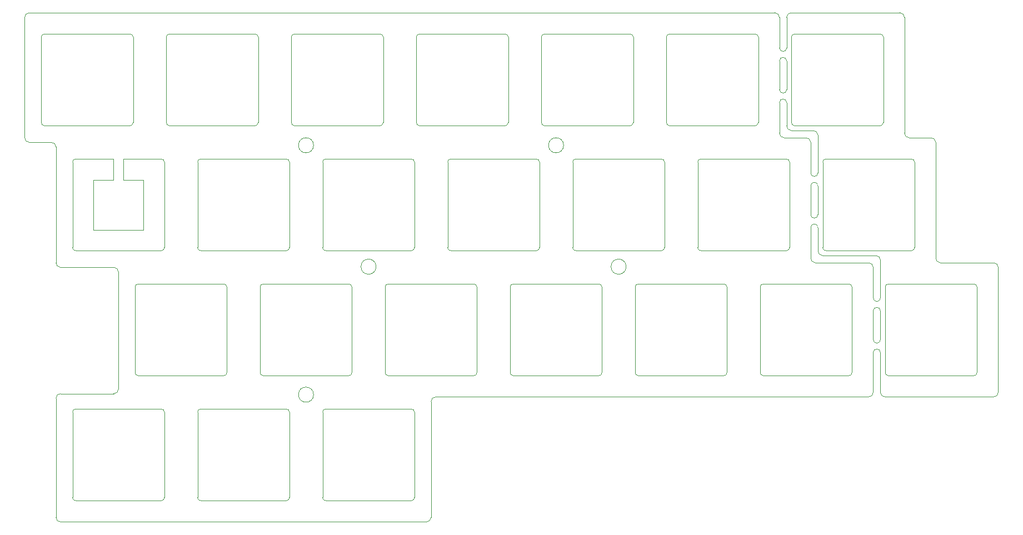
<source format=gm1>
G04 #@! TF.GenerationSoftware,KiCad,Pcbnew,(5.1.4)-1*
G04 #@! TF.CreationDate,2021-01-05T09:44:38-08:00*
G04 #@! TF.ProjectId,andante-classic,616e6461-6e74-4652-9d63-6c6173736963,rev?*
G04 #@! TF.SameCoordinates,Original*
G04 #@! TF.FileFunction,Profile,NP*
%FSLAX46Y46*%
G04 Gerber Fmt 4.6, Leading zero omitted, Abs format (unit mm)*
G04 Created by KiCad (PCBNEW (5.1.4)-1) date 2021-01-05 09:44:38*
%MOMM*%
%LPD*%
G04 APERTURE LIST*
%ADD10C,0.100000*%
%ADD11C,0.050000*%
G04 APERTURE END LIST*
D10*
X224292500Y-121030000D02*
X211292500Y-121030000D01*
X271979999Y-128205000D02*
G75*
G02X270879999Y-128205000I-550000J0D01*
G01*
X186192500Y-121030000D02*
X173192500Y-121030000D01*
X280404999Y-142605000D02*
X280404999Y-147255000D01*
X205742501Y-120529999D02*
G75*
G02X205242500Y-121030000I-500001J0D01*
G01*
X270879999Y-123555000D02*
X270879999Y-128205000D01*
X281504999Y-153605000D02*
G75*
G02X280404999Y-153605000I-550000J0D01*
G01*
X279704999Y-141905000D02*
G75*
G02X280404999Y-142605000I0J-700000D01*
G01*
X281504999Y-153605000D02*
X281504999Y-149255000D01*
X280404999Y-149255000D02*
G75*
G02X281504999Y-149255000I550000J0D01*
G01*
X156580000Y-161853437D02*
X164705000Y-161853437D01*
X155880000Y-162553437D02*
G75*
G02X156580000Y-161853437I700000J0D01*
G01*
X155880000Y-141905000D02*
X155880000Y-124255000D01*
X280404999Y-155605000D02*
G75*
G02X281504999Y-155605000I550000J0D01*
G01*
X280404999Y-149255000D02*
X280404999Y-153605000D01*
X280404999Y-155605000D02*
X280404999Y-161655000D01*
X238580000Y-145129999D02*
G75*
G02X239080000Y-145629999I0J-500000D01*
G01*
X239080000Y-145629999D02*
X239080000Y-158630000D01*
X277180000Y-145629999D02*
X277180000Y-158630000D01*
X298754999Y-162355000D02*
X282204999Y-162354999D01*
X282205000Y-162355001D02*
G75*
G02X281504999Y-161655000I0J700001D01*
G01*
X277180000Y-158630000D02*
G75*
G02X276680000Y-159130000I-500000J0D01*
G01*
X281504999Y-161655000D02*
X281504999Y-155605000D01*
X155180000Y-123555000D02*
G75*
G02X155880000Y-124255000I0J-700000D01*
G01*
X276680000Y-159130000D02*
X263680000Y-159130000D01*
X155880000Y-180705000D02*
X155880000Y-162553437D01*
X285867500Y-122855001D02*
G75*
G02X285167499Y-122155000I0J700001D01*
G01*
X289230000Y-122855001D02*
G75*
G02X289929999Y-123555000I0J-699999D01*
G01*
X289929999Y-123555000D02*
X289930000Y-141205000D01*
X263680000Y-159130000D02*
G75*
G02X263180000Y-158630000I0J500000D01*
G01*
X238580000Y-159130000D02*
X225580000Y-159130000D01*
X239080000Y-158630000D02*
G75*
G02X238580000Y-159130000I-500000J0D01*
G01*
X263680000Y-145130000D02*
X276680000Y-145129999D01*
X285867499Y-122855000D02*
X289230000Y-122855000D01*
X151817500Y-123555000D02*
G75*
G02X151117500Y-122855000I0J700000D01*
G01*
X155180000Y-123555000D02*
X151817500Y-123555000D01*
X285167500Y-104505000D02*
X285167499Y-122155000D01*
X154142500Y-121030000D02*
G75*
G02X153642500Y-120530000I0J500000D01*
G01*
X167642501Y-120529999D02*
G75*
G02X167142500Y-121030000I-500001J0D01*
G01*
X267155000Y-140080000D02*
X254155000Y-140080000D01*
X267655000Y-126580000D02*
X267655000Y-139580000D01*
X267155000Y-126080000D02*
G75*
G02X267655000Y-126580000I0J-500000D01*
G01*
X167142500Y-121030000D02*
X154142500Y-121030000D01*
X248605000Y-126580000D02*
X248605000Y-139580000D01*
X253655000Y-126580000D02*
G75*
G02X254155000Y-126080000I500000J0D01*
G01*
X186692500Y-107530000D02*
X186692500Y-120529999D01*
X153642500Y-107529999D02*
G75*
G02X154142500Y-107029999I500000J0D01*
G01*
X248605001Y-139579999D02*
G75*
G02X248105000Y-140080000I-500001J0D01*
G01*
X153642500Y-120530000D02*
X153642500Y-107529999D01*
X186192501Y-107029999D02*
G75*
G02X186692500Y-107530000I-1J-500000D01*
G01*
X172692500Y-107529999D02*
G75*
G02X173192500Y-107029999I500000J0D01*
G01*
X167642500Y-107530000D02*
X167642500Y-120529999D01*
X154142500Y-107029999D02*
X167142500Y-107029999D01*
X167142501Y-107029999D02*
G75*
G02X167642500Y-107530000I-1J-500000D01*
G01*
X267655001Y-139579999D02*
G75*
G02X267155000Y-140080000I-500001J0D01*
G01*
X254155000Y-126080000D02*
X267155000Y-126079999D01*
X248105000Y-140080000D02*
X235105000Y-140080000D01*
X173192500Y-107029999D02*
X186192500Y-107029999D01*
X263180000Y-158630000D02*
X263180000Y-145630000D01*
X263180000Y-145630000D02*
G75*
G02X263680000Y-145130000I500000J0D01*
G01*
D11*
X164705000Y-142605000D02*
X156580001Y-142604999D01*
D10*
X258130000Y-158630000D02*
G75*
G02X257630000Y-159130000I-500000J0D01*
G01*
X257630000Y-159130000D02*
X244630000Y-159130000D01*
X267917500Y-103805001D02*
X284467500Y-103805000D01*
X273205000Y-140080000D02*
G75*
G02X272705000Y-139580000I0J500000D01*
G01*
X286205001Y-126079999D02*
G75*
G02X286705000Y-126580000I-1J-500000D01*
G01*
X282730000Y-159130000D02*
G75*
G02X282230000Y-158630000I0J500000D01*
G01*
X257630000Y-145129999D02*
G75*
G02X258130000Y-145629999I0J-500000D01*
G01*
X273205000Y-126080000D02*
X286205000Y-126079999D01*
X272705000Y-126580000D02*
G75*
G02X273205000Y-126080000I500000J0D01*
G01*
X272705000Y-139580000D02*
X272705000Y-126580000D01*
X282230000Y-158630000D02*
X282230000Y-145630000D01*
X267942500Y-120530000D02*
X267942500Y-107529999D01*
X219530000Y-159130000D02*
X206530000Y-159130000D01*
X267942500Y-107529999D02*
G75*
G02X268442500Y-107029999I500000J0D01*
G01*
X296230000Y-145629999D02*
X296230000Y-158630000D01*
X244630000Y-145130000D02*
X257630000Y-145129999D01*
X281942500Y-107530000D02*
X281942500Y-120529999D01*
X268442500Y-107029999D02*
X281442500Y-107029999D01*
X281442500Y-107030000D02*
G75*
G02X281942500Y-107530000I0J-500000D01*
G01*
X267217500Y-109155000D02*
G75*
G02X266117500Y-109155000I-550000J0D01*
G01*
X234605000Y-139580000D02*
X234605000Y-126580000D01*
X229555000Y-126580000D02*
X229555000Y-139580000D01*
X284467500Y-103805000D02*
G75*
G02X285167500Y-104505000I0J-700000D01*
G01*
X156580001Y-142604999D02*
G75*
G02X155880000Y-141905000I-1J700000D01*
G01*
X296230000Y-158630000D02*
G75*
G02X295730000Y-159130000I-500000J0D01*
G01*
X282230000Y-145630000D02*
G75*
G02X282730000Y-145130000I500000J0D01*
G01*
X295730000Y-159130000D02*
X282730000Y-159130000D01*
X206530000Y-159130000D02*
G75*
G02X206030000Y-158630000I0J500000D01*
G01*
X295730000Y-145129999D02*
G75*
G02X296230000Y-145629999I0J-500000D01*
G01*
X233230000Y-124004999D02*
G75*
G03X233230000Y-124004999I-1150000J0D01*
G01*
X165405000Y-161153437D02*
X165405000Y-143305000D01*
X206030000Y-158630000D02*
X206030000Y-145630000D01*
X258130000Y-145629999D02*
X258130000Y-158630000D01*
X267217500Y-109155000D02*
X267217500Y-104505000D01*
X286705000Y-126580000D02*
X286705000Y-139580000D01*
X216055000Y-140080000D02*
G75*
G02X215555000Y-139580000I0J500000D01*
G01*
X165405000Y-161153437D02*
G75*
G02X164705000Y-161853437I-700000J0D01*
G01*
X206030000Y-145630000D02*
G75*
G02X206530000Y-145130000I500000J0D01*
G01*
X268442500Y-121030000D02*
G75*
G02X267942500Y-120530000I0J500000D01*
G01*
X244130000Y-145630000D02*
G75*
G02X244630000Y-145130000I500000J0D01*
G01*
X197005000Y-126080000D02*
X210005000Y-126079999D01*
X196505000Y-126580000D02*
G75*
G02X197005000Y-126080000I500000J0D01*
G01*
X191455001Y-139579999D02*
G75*
G02X190955000Y-140080000I-500001J0D01*
G01*
X190955000Y-140080000D02*
X177955000Y-140080000D01*
X206530000Y-145130000D02*
X219530000Y-145129999D01*
X282730000Y-145130000D02*
X295730000Y-145129999D01*
X220030000Y-145629999D02*
X220030000Y-158630000D01*
X244630000Y-159130000D02*
G75*
G02X244130000Y-158630000I0J500000D01*
G01*
X195130000Y-162005000D02*
G75*
G03X195130000Y-162005000I-1150000J0D01*
G01*
X164705000Y-142605000D02*
G75*
G02X165405000Y-143305000I0J-700000D01*
G01*
X195130000Y-124004999D02*
G75*
G03X195130000Y-124004999I-1150000J0D01*
G01*
X281442500Y-121030000D02*
X268442500Y-121030000D01*
X204655000Y-142505000D02*
G75*
G03X204655000Y-142505000I-1150000J0D01*
G01*
X267217501Y-104505000D02*
G75*
G02X267917500Y-103805001I699999J0D01*
G01*
X220030000Y-158630000D02*
G75*
G02X219530000Y-159130000I-500000J0D01*
G01*
X242755000Y-142504999D02*
G75*
G03X242755000Y-142504999I-1150000J0D01*
G01*
X281942501Y-120529999D02*
G75*
G02X281442500Y-121030000I-500001J0D01*
G01*
X244130000Y-158630000D02*
X244130000Y-145630000D01*
X271979999Y-134555000D02*
X271979999Y-130205000D01*
X270179999Y-122855000D02*
G75*
G02X270879999Y-123555000I0J-700000D01*
G01*
X272679999Y-140805000D02*
G75*
G02X271979999Y-140105000I0J700000D01*
G01*
X215555000Y-126580000D02*
G75*
G02X216055000Y-126080000I500000J0D01*
G01*
X235105000Y-126080000D02*
X248105000Y-126079999D01*
X210005000Y-140080000D02*
X197005000Y-140080000D01*
X215555000Y-139580000D02*
X215555000Y-126580000D01*
X248105000Y-126080000D02*
G75*
G02X248605000Y-126580000I0J-500000D01*
G01*
X229555001Y-139579999D02*
G75*
G02X229055000Y-140080000I-500001J0D01*
G01*
X235105000Y-140080000D02*
G75*
G02X234605000Y-139580000I0J500000D01*
G01*
X270879999Y-130205000D02*
G75*
G02X271979999Y-130205000I550000J0D01*
G01*
X271979999Y-134555000D02*
G75*
G02X270879999Y-134555000I-550000J0D01*
G01*
X210005000Y-126080000D02*
G75*
G02X210505000Y-126580000I0J-500000D01*
G01*
X280804999Y-140805000D02*
X272679999Y-140805000D01*
X281504999Y-147255000D02*
G75*
G02X280404999Y-147255000I-550000J0D01*
G01*
X280804999Y-140805000D02*
G75*
G02X281504999Y-141505000I0J-700000D01*
G01*
X196505000Y-139580000D02*
X196505000Y-126580000D01*
X197005000Y-140080000D02*
G75*
G02X196505000Y-139580000I0J500000D01*
G01*
X229055000Y-126080000D02*
G75*
G02X229555000Y-126580000I0J-500000D01*
G01*
X281504999Y-147255000D02*
X281504999Y-141505000D01*
X210505000Y-126580000D02*
X210505000Y-139580000D01*
X210505001Y-139579999D02*
G75*
G02X210005000Y-140080000I-500001J0D01*
G01*
X234605000Y-126580000D02*
G75*
G02X235105000Y-126080000I500000J0D01*
G01*
X212330000Y-181405000D02*
X156580000Y-181405000D01*
X156580000Y-181405000D02*
G75*
G02X155880000Y-180705000I0J700000D01*
G01*
X270879999Y-130205000D02*
X270879999Y-134555000D01*
X229055000Y-140080000D02*
X216055000Y-140080000D01*
X216055000Y-126080000D02*
X229055000Y-126079999D01*
X271979999Y-128205000D02*
X271979999Y-122455000D01*
X253655000Y-139580000D02*
X253655000Y-126580000D01*
X286205000Y-140080000D02*
X273205000Y-140080000D01*
X270879999Y-136555000D02*
X270879999Y-141205000D01*
X270879999Y-136555000D02*
G75*
G02X271979999Y-136555000I550000J0D01*
G01*
X271579999Y-141905000D02*
G75*
G02X270879999Y-141205000I0J700000D01*
G01*
X271279999Y-121755000D02*
X267917500Y-121755000D01*
X254155000Y-140080000D02*
G75*
G02X253655000Y-139580000I0J500000D01*
G01*
X271279999Y-121755000D02*
G75*
G02X271979999Y-122455000I0J-700000D01*
G01*
X286705000Y-139580000D02*
G75*
G02X286205000Y-140080000I-500000J0D01*
G01*
X271579999Y-141905000D02*
X279704999Y-141905000D01*
X271979999Y-140105000D02*
X271979999Y-136555000D01*
X151817500Y-103805001D02*
X265417500Y-103805001D01*
X200480000Y-159130000D02*
X187480000Y-159130000D01*
X266117500Y-104505000D02*
X266117500Y-109155000D01*
X279704999Y-162355000D02*
X213730000Y-162355000D01*
X187480000Y-159130000D02*
G75*
G02X186980000Y-158630000I0J500000D01*
G01*
X190955000Y-164180000D02*
G75*
G02X191455000Y-164680000I0J-500000D01*
G01*
X181430000Y-159130000D02*
X168430000Y-159130000D01*
X167930000Y-145630000D02*
G75*
G02X168430000Y-145130000I500000J0D01*
G01*
X280405000Y-161654999D02*
G75*
G02X279704999Y-162355000I-700001J0D01*
G01*
X200980000Y-145629999D02*
X200980000Y-158630000D01*
X200480000Y-145129999D02*
G75*
G02X200980000Y-145629999I0J-500000D01*
G01*
X262392501Y-107029999D02*
G75*
G02X262892500Y-107530000I-1J-500000D01*
G01*
X210005000Y-178180000D02*
X197005000Y-178180000D01*
X200980000Y-158630000D02*
G75*
G02X200480000Y-159130000I-500000J0D01*
G01*
X186980000Y-158630000D02*
X186980000Y-145630000D01*
X248892500Y-120530000D02*
X248892500Y-107529999D01*
X219530000Y-145129999D02*
G75*
G02X220030000Y-145629999I0J-500000D01*
G01*
X213030000Y-163055000D02*
X213030000Y-180705000D01*
X213030000Y-163055000D02*
G75*
G02X213730000Y-162355000I700000J0D01*
G01*
X196505000Y-177680000D02*
X196505000Y-164680000D01*
X265417500Y-103805000D02*
G75*
G02X266117500Y-104505000I0J-700000D01*
G01*
X151117501Y-104505000D02*
G75*
G02X151817500Y-103805001I699999J0D01*
G01*
X186980000Y-145630000D02*
G75*
G02X187480000Y-145130000I500000J0D01*
G01*
X225580000Y-159130000D02*
G75*
G02X225080000Y-158630000I0J500000D01*
G01*
X225580000Y-145130000D02*
X238580000Y-145129999D01*
X225080000Y-145630000D02*
G75*
G02X225580000Y-145130000I500000J0D01*
G01*
X225080000Y-158630000D02*
X225080000Y-145630000D01*
X181930000Y-158630000D02*
G75*
G02X181430000Y-159130000I-500000J0D01*
G01*
X191455000Y-177680000D02*
G75*
G02X190955000Y-178180000I-500000J0D01*
G01*
X213030000Y-180705000D02*
G75*
G02X212330000Y-181405000I-700000J0D01*
G01*
X151117500Y-122855000D02*
X151117500Y-104505000D01*
X166155000Y-126080000D02*
X171905000Y-126079999D01*
X169205000Y-136880000D02*
X169205000Y-129280000D01*
X158905000Y-126080000D02*
X164655000Y-126080000D01*
X299454999Y-142605000D02*
X299454999Y-161655000D01*
X266117500Y-117505000D02*
G75*
G02X267217500Y-117505000I550000J0D01*
G01*
X266817500Y-122855000D02*
X270179999Y-122855000D01*
X169205000Y-129280000D02*
X166155000Y-129280000D01*
X172405000Y-177680000D02*
G75*
G02X171905000Y-178180000I-500000J0D01*
G01*
X171905000Y-178180000D02*
X158905000Y-178180000D01*
X229842500Y-120530000D02*
X229842500Y-107529999D01*
X230342500Y-121030000D02*
G75*
G02X229842500Y-120530000I0J500000D01*
G01*
X186692501Y-120529999D02*
G75*
G02X186192500Y-121030000I-500001J0D01*
G01*
X266117500Y-111155000D02*
X266117500Y-115505000D01*
X243342500Y-121030000D02*
X230342500Y-121030000D01*
X161605000Y-129280000D02*
X161605000Y-136880000D01*
X290630000Y-141905000D02*
X298754999Y-141905000D01*
X191742500Y-120530000D02*
X191742500Y-107529999D01*
X267217500Y-115505000D02*
X267217500Y-111155000D01*
X191455000Y-126580000D02*
X191455000Y-139580000D01*
X177955000Y-178180000D02*
G75*
G02X177455000Y-177680000I0J500000D01*
G01*
X210005000Y-164180000D02*
G75*
G02X210505000Y-164680000I0J-500000D01*
G01*
X158405000Y-139580000D02*
X158405000Y-126580000D01*
X192242500Y-121030000D02*
G75*
G02X191742500Y-120530000I0J500000D01*
G01*
X191742500Y-107529999D02*
G75*
G02X192242500Y-107029999I500000J0D01*
G01*
X192242500Y-107029999D02*
X205242500Y-107029999D01*
X266117500Y-117505000D02*
X266117500Y-122155000D01*
X224292501Y-107029999D02*
G75*
G02X224792500Y-107530000I-1J-500000D01*
G01*
X266117500Y-111155000D02*
G75*
G02X267217500Y-111155000I550000J0D01*
G01*
X267217500Y-115505000D02*
G75*
G02X266117500Y-115505000I-550000J0D01*
G01*
X266817500Y-122855000D02*
G75*
G02X266117500Y-122155000I0J700000D01*
G01*
X171905001Y-126079999D02*
G75*
G02X172405000Y-126580000I-1J-500000D01*
G01*
X190955000Y-126080000D02*
G75*
G02X191455000Y-126580000I0J-500000D01*
G01*
X171905000Y-140080000D02*
X158905000Y-140080000D01*
X164655000Y-126080000D02*
X164655000Y-129280000D01*
X172692500Y-120530000D02*
X172692500Y-107529999D01*
X276680000Y-145129999D02*
G75*
G02X277180000Y-145629999I0J-500000D01*
G01*
X158905000Y-140080000D02*
G75*
G02X158405000Y-139580000I0J500000D01*
G01*
X164655000Y-129280000D02*
X161605000Y-129280000D01*
X177455000Y-177680000D02*
X177455000Y-164680000D01*
X229842500Y-107529999D02*
G75*
G02X230342500Y-107029999I500000J0D01*
G01*
X224792500Y-107530000D02*
X224792500Y-120529999D01*
X298754999Y-141905000D02*
G75*
G02X299454999Y-142605000I0J-700000D01*
G01*
X267917500Y-121755000D02*
G75*
G02X267217500Y-121055000I0J700000D01*
G01*
X161605000Y-136880000D02*
X169205000Y-136880000D01*
X205742500Y-107530000D02*
X205742500Y-120529999D01*
X210792500Y-120530000D02*
X210792500Y-107529999D01*
X172405000Y-139580000D02*
G75*
G02X171905000Y-140080000I-500000J0D01*
G01*
X158405000Y-126580000D02*
G75*
G02X158905000Y-126080000I500000J0D01*
G01*
X177455000Y-139580000D02*
X177455000Y-126580000D01*
X172405000Y-126580000D02*
X172405000Y-139580000D01*
X230342500Y-107029999D02*
X243342500Y-107029999D01*
X267217500Y-121055000D02*
X267217500Y-117505000D01*
X299455000Y-161654999D02*
G75*
G02X298754999Y-162355000I-700001J0D01*
G01*
X187480000Y-145130000D02*
X200480000Y-145129999D01*
X224792501Y-120529999D02*
G75*
G02X224292500Y-121030000I-500001J0D01*
G01*
X290630000Y-141905000D02*
G75*
G02X289930000Y-141205000I0J700000D01*
G01*
X177455000Y-126580000D02*
G75*
G02X177955000Y-126080000I500000J0D01*
G01*
X177955000Y-126080000D02*
X190955000Y-126079999D01*
X177955000Y-140080000D02*
G75*
G02X177455000Y-139580000I0J500000D01*
G01*
X166155000Y-129280000D02*
X166155000Y-126080000D01*
X173192500Y-121030000D02*
G75*
G02X172692500Y-120530000I0J500000D01*
G01*
X205242501Y-107029999D02*
G75*
G02X205742500Y-107530000I-1J-500000D01*
G01*
X211292500Y-121030000D02*
G75*
G02X210792500Y-120530000I0J500000D01*
G01*
X205242500Y-121030000D02*
X192242500Y-121030000D01*
X196505000Y-164680000D02*
G75*
G02X197005000Y-164180000I500000J0D01*
G01*
X181930000Y-145629999D02*
X181930000Y-158630000D01*
X262892500Y-107530000D02*
X262892500Y-120529999D01*
X249392500Y-107029999D02*
X262392500Y-107029999D01*
X262892501Y-120529999D02*
G75*
G02X262392500Y-121030000I-500001J0D01*
G01*
X172405000Y-164680000D02*
X172405000Y-177680000D01*
X197005000Y-164180000D02*
X210005000Y-164180000D01*
X262392500Y-121030000D02*
X249392500Y-121030000D01*
X158405000Y-177680000D02*
X158405000Y-164680000D01*
X177455000Y-164680000D02*
G75*
G02X177955000Y-164180000I500000J0D01*
G01*
X158405000Y-164680000D02*
G75*
G02X158905000Y-164180000I500000J0D01*
G01*
X191455000Y-164680000D02*
X191455000Y-177680000D01*
X158905000Y-178180000D02*
G75*
G02X158405000Y-177680000I0J500000D01*
G01*
X197005000Y-178180000D02*
G75*
G02X196505000Y-177680000I0J500000D01*
G01*
X158905000Y-164180000D02*
X171905000Y-164180000D01*
X177955000Y-164180000D02*
X190955000Y-164180000D01*
X249392500Y-121030000D02*
G75*
G02X248892500Y-120530000I0J500000D01*
G01*
X243842501Y-120529999D02*
G75*
G02X243342500Y-121030000I-500001J0D01*
G01*
X168430000Y-159130000D02*
G75*
G02X167930000Y-158630000I0J500000D01*
G01*
X168430000Y-145130000D02*
X181430000Y-145129999D01*
X210505000Y-177680000D02*
G75*
G02X210005000Y-178180000I-500000J0D01*
G01*
X181430000Y-145129999D02*
G75*
G02X181930000Y-145629999I0J-500000D01*
G01*
X171905000Y-164180000D02*
G75*
G02X172405000Y-164680000I0J-500000D01*
G01*
X210505000Y-164680000D02*
X210505000Y-177680000D01*
X167930000Y-158630000D02*
X167930000Y-145630000D01*
X248892500Y-107529999D02*
G75*
G02X249392500Y-107029999I500000J0D01*
G01*
X243842500Y-107530000D02*
X243842500Y-120529999D01*
X190955000Y-178180000D02*
X177955000Y-178180000D01*
X211292500Y-107029999D02*
X224292500Y-107029999D01*
X210792500Y-107529999D02*
G75*
G02X211292500Y-107029999I500000J0D01*
G01*
X243342501Y-107029999D02*
G75*
G02X243842500Y-107530000I-1J-500000D01*
G01*
M02*

</source>
